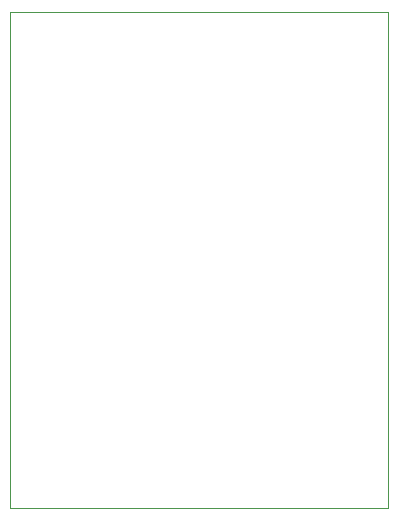
<source format=gbr>
%TF.GenerationSoftware,KiCad,Pcbnew,8.0.2*%
%TF.CreationDate,2024-06-02T19:24:52+02:00*%
%TF.ProjectId,top_led_btn_2MU_TOP,746f705f-6c65-4645-9f62-746e5f324d55,rev?*%
%TF.SameCoordinates,Original*%
%TF.FileFunction,Profile,NP*%
%FSLAX46Y46*%
G04 Gerber Fmt 4.6, Leading zero omitted, Abs format (unit mm)*
G04 Created by KiCad (PCBNEW 8.0.2) date 2024-06-02 19:24:52*
%MOMM*%
%LPD*%
G01*
G04 APERTURE LIST*
%TA.AperFunction,Profile*%
%ADD10C,0.050000*%
%TD*%
G04 APERTURE END LIST*
D10*
X99060000Y-73660000D02*
X131060000Y-73660000D01*
X131060000Y-115660000D01*
X99060000Y-115660000D01*
X99060000Y-73660000D01*
M02*

</source>
